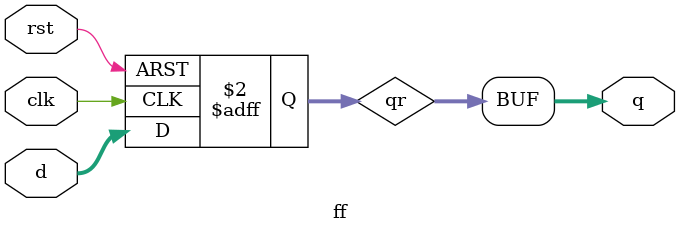
<source format=v>


module ff(input clk, rst, input [7:0] d, output [7:0] q);
reg [7:0] qr;

always @(posedge clk or posedge rst)
if (rst)
	qr = 8'd0;
else
	qr = d;

assign q = qr;

endmodule : ff

</source>
